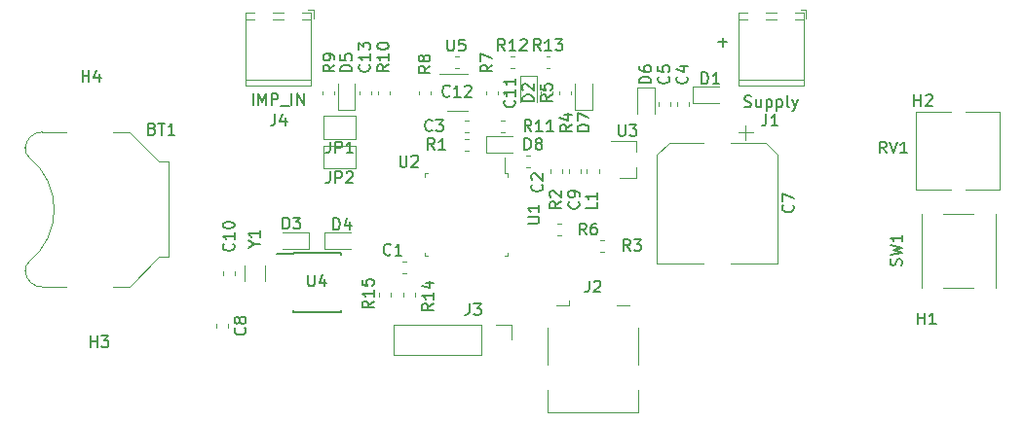
<source format=gbr>
G04 #@! TF.GenerationSoftware,KiCad,Pcbnew,(5.1.0)-1*
G04 #@! TF.CreationDate,2021-04-12T00:50:47+02:00*
G04 #@! TF.ProjectId,Drehzahlmesser,44726568-7a61-4686-9c6d-65737365722e,rev?*
G04 #@! TF.SameCoordinates,Original*
G04 #@! TF.FileFunction,Legend,Top*
G04 #@! TF.FilePolarity,Positive*
%FSLAX46Y46*%
G04 Gerber Fmt 4.6, Leading zero omitted, Abs format (unit mm)*
G04 Created by KiCad (PCBNEW (5.1.0)-1) date 2021-04-12 00:50:47*
%MOMM*%
%LPD*%
G04 APERTURE LIST*
%ADD10C,0.150000*%
%ADD11C,0.120000*%
G04 APERTURE END LIST*
D10*
X153519047Y-52071428D02*
X154280952Y-52071428D01*
X153900000Y-52452380D02*
X153900000Y-51690476D01*
D11*
X123990000Y-73937221D02*
X123990000Y-74262779D01*
X125010000Y-73937221D02*
X125010000Y-74262779D01*
X127110000Y-74262779D02*
X127110000Y-73937221D01*
X126090000Y-74262779D02*
X126090000Y-73937221D01*
X138537221Y-54310000D02*
X138862779Y-54310000D01*
X138537221Y-53290000D02*
X138862779Y-53290000D01*
X135437221Y-54310000D02*
X135762779Y-54310000D01*
X135437221Y-53290000D02*
X135762779Y-53290000D01*
X133315000Y-61735000D02*
X135600000Y-61735000D01*
X133315000Y-60265000D02*
X133315000Y-61735000D01*
X135600000Y-60265000D02*
X133315000Y-60265000D01*
X134962779Y-58890000D02*
X134637221Y-58890000D01*
X134962779Y-59910000D02*
X134637221Y-59910000D01*
X142535000Y-57985000D02*
X142535000Y-55700000D01*
X141065000Y-57985000D02*
X142535000Y-57985000D01*
X141065000Y-55700000D02*
X141065000Y-57985000D01*
X122000000Y-63100000D02*
X119200000Y-63100000D01*
X119200000Y-63100000D02*
X119200000Y-61100000D01*
X119200000Y-61100000D02*
X122000000Y-61100000D01*
X122000000Y-61100000D02*
X122000000Y-63100000D01*
X114075000Y-72875000D02*
X114075000Y-71525000D01*
X112325000Y-72875000D02*
X112325000Y-71525000D01*
X129900000Y-58110000D02*
X131700000Y-58110000D01*
X131700000Y-54890000D02*
X129250000Y-54890000D01*
D10*
X116525000Y-70425000D02*
X116525000Y-70475000D01*
X120675000Y-70425000D02*
X120675000Y-70570000D01*
X120675000Y-75575000D02*
X120675000Y-75430000D01*
X116525000Y-75575000D02*
X116525000Y-75430000D01*
X116525000Y-70425000D02*
X120675000Y-70425000D01*
X116525000Y-75575000D02*
X120675000Y-75575000D01*
X116525000Y-70475000D02*
X115125000Y-70475000D01*
D11*
X146360000Y-63880000D02*
X146360000Y-62950000D01*
X146360000Y-60720000D02*
X146360000Y-61650000D01*
X146360000Y-60720000D02*
X144200000Y-60720000D01*
X146360000Y-63880000D02*
X144900000Y-63880000D01*
X127990000Y-70410000D02*
X127990000Y-70710000D01*
X127990000Y-70710000D02*
X128290000Y-70710000D01*
X127990000Y-63790000D02*
X127990000Y-63490000D01*
X127990000Y-63490000D02*
X128290000Y-63490000D01*
X135210000Y-70410000D02*
X135210000Y-70710000D01*
X135210000Y-70710000D02*
X134910000Y-70710000D01*
X135210000Y-63790000D02*
X135210000Y-63490000D01*
X135210000Y-63490000D02*
X134910000Y-63490000D01*
X134910000Y-63490000D02*
X134910000Y-62175000D01*
X177600000Y-73520000D02*
X177570000Y-73520000D01*
X171140000Y-73520000D02*
X171170000Y-73520000D01*
X171140000Y-67060000D02*
X171170000Y-67060000D01*
X177570000Y-67060000D02*
X177600000Y-67060000D01*
X175670000Y-73520000D02*
X173070000Y-73520000D01*
X177600000Y-67060000D02*
X177600000Y-73520000D01*
X175670000Y-67060000D02*
X173070000Y-67060000D01*
X171140000Y-67060000D02*
X171140000Y-73520000D01*
X170680000Y-58130000D02*
X173710000Y-58130000D01*
X175010000Y-58130000D02*
X177920000Y-58130000D01*
X170680000Y-64970000D02*
X173710000Y-64970000D01*
X175010000Y-64970000D02*
X177920000Y-64970000D01*
X170680000Y-58130000D02*
X170680000Y-64970000D01*
X177920000Y-58130000D02*
X177920000Y-64970000D01*
X123890000Y-56662779D02*
X123890000Y-56337221D01*
X124910000Y-56662779D02*
X124910000Y-56337221D01*
X120110000Y-56337221D02*
X120110000Y-56662779D01*
X119090000Y-56337221D02*
X119090000Y-56662779D01*
X127490000Y-56662779D02*
X127490000Y-56337221D01*
X128510000Y-56662779D02*
X128510000Y-56337221D01*
X134310000Y-56337221D02*
X134310000Y-56662779D01*
X133290000Y-56337221D02*
X133290000Y-56662779D01*
X139487221Y-67910000D02*
X139812779Y-67910000D01*
X139487221Y-68930000D02*
X139812779Y-68930000D01*
X139110000Y-56337221D02*
X139110000Y-56662779D01*
X138090000Y-56337221D02*
X138090000Y-56662779D01*
X139690000Y-56662779D02*
X139690000Y-56337221D01*
X140710000Y-56662779D02*
X140710000Y-56337221D01*
X143562779Y-70310000D02*
X143237221Y-70310000D01*
X143562779Y-69290000D02*
X143237221Y-69290000D01*
X139910000Y-63137221D02*
X139910000Y-63462779D01*
X138890000Y-63137221D02*
X138890000Y-63462779D01*
X131437221Y-60490000D02*
X131762779Y-60490000D01*
X131437221Y-61510000D02*
X131762779Y-61510000D01*
X143110000Y-63137221D02*
X143110000Y-63462779D01*
X142090000Y-63137221D02*
X142090000Y-63462779D01*
X122000000Y-58500000D02*
X122000000Y-60500000D01*
X119200000Y-58500000D02*
X122000000Y-58500000D01*
X119200000Y-60500000D02*
X119200000Y-58500000D01*
X122000000Y-60500000D02*
X119200000Y-60500000D01*
X118340000Y-50040000D02*
X118340000Y-49300000D01*
X118340000Y-49300000D02*
X117840000Y-49300000D01*
X112440000Y-55860000D02*
X112440000Y-49540000D01*
X113210000Y-49540000D02*
X112440000Y-49540000D01*
X115750000Y-49540000D02*
X114790000Y-49540000D01*
X118100000Y-49540000D02*
X117330000Y-49540000D01*
X118100000Y-55860000D02*
X112440000Y-55860000D01*
X113210000Y-50100000D02*
X112440000Y-50100000D01*
X118100000Y-55400000D02*
X112440000Y-55400000D01*
X115750000Y-50100000D02*
X114790000Y-50100000D01*
X118100000Y-50100000D02*
X117330000Y-50100000D01*
X118100000Y-55860000D02*
X118100000Y-49540000D01*
X125250000Y-76670000D02*
X125250000Y-79330000D01*
X132930000Y-76670000D02*
X125250000Y-76670000D01*
X132930000Y-79330000D02*
X125250000Y-79330000D01*
X132930000Y-76670000D02*
X132930000Y-79330000D01*
X134200000Y-76670000D02*
X135530000Y-76670000D01*
X135530000Y-76670000D02*
X135530000Y-78000000D01*
X146510000Y-84310000D02*
X138690000Y-84310000D01*
X140490000Y-74990000D02*
X140490000Y-74560000D01*
X146510000Y-84310000D02*
X146510000Y-82360000D01*
X146510000Y-80140000D02*
X146510000Y-76910000D01*
X144710000Y-74990000D02*
X145790000Y-74990000D01*
X139410000Y-74990000D02*
X140490000Y-74990000D01*
X138690000Y-80140000D02*
X138690000Y-76910000D01*
X138690000Y-84310000D02*
X138690000Y-82360000D01*
X161140000Y-50040000D02*
X161140000Y-49300000D01*
X161140000Y-49300000D02*
X160640000Y-49300000D01*
X155240000Y-55860000D02*
X155240000Y-49540000D01*
X156010000Y-49540000D02*
X155240000Y-49540000D01*
X158550000Y-49540000D02*
X157590000Y-49540000D01*
X160900000Y-49540000D02*
X160130000Y-49540000D01*
X160900000Y-55860000D02*
X155240000Y-55860000D01*
X156010000Y-50100000D02*
X155240000Y-50100000D01*
X160900000Y-55400000D02*
X155240000Y-55400000D01*
X158550000Y-50100000D02*
X157590000Y-50100000D01*
X160900000Y-50100000D02*
X160130000Y-50100000D01*
X160900000Y-55860000D02*
X160900000Y-49540000D01*
X147935000Y-58300000D02*
X147935000Y-56015000D01*
X147935000Y-56015000D02*
X146465000Y-56015000D01*
X146465000Y-56015000D02*
X146465000Y-58300000D01*
X120465000Y-55712500D02*
X120465000Y-57997500D01*
X120465000Y-57997500D02*
X121935000Y-57997500D01*
X121935000Y-57997500D02*
X121935000Y-55712500D01*
X121600000Y-68665000D02*
X119315000Y-68665000D01*
X119315000Y-68665000D02*
X119315000Y-70135000D01*
X119315000Y-70135000D02*
X121600000Y-70135000D01*
X115600000Y-70135000D02*
X117885000Y-70135000D01*
X117885000Y-70135000D02*
X117885000Y-68665000D01*
X117885000Y-68665000D02*
X115600000Y-68665000D01*
X137735000Y-57300000D02*
X137735000Y-55015000D01*
X137735000Y-55015000D02*
X136265000Y-55015000D01*
X136265000Y-55015000D02*
X136265000Y-57300000D01*
X153600000Y-55965000D02*
X151315000Y-55965000D01*
X151315000Y-55965000D02*
X151315000Y-57435000D01*
X151315000Y-57435000D02*
X153600000Y-57435000D01*
X122290000Y-56662779D02*
X122290000Y-56337221D01*
X123310000Y-56662779D02*
X123310000Y-56337221D01*
X130962779Y-54310000D02*
X130637221Y-54310000D01*
X130962779Y-53290000D02*
X130637221Y-53290000D01*
X135910000Y-56337221D02*
X135910000Y-56662779D01*
X134890000Y-56337221D02*
X134890000Y-56662779D01*
X111510000Y-72037221D02*
X111510000Y-72362779D01*
X110490000Y-72037221D02*
X110490000Y-72362779D01*
X140490000Y-63462779D02*
X140490000Y-63137221D01*
X141510000Y-63462779D02*
X141510000Y-63137221D01*
X110910000Y-76637221D02*
X110910000Y-76962779D01*
X109890000Y-76637221D02*
X109890000Y-76962779D01*
X148140000Y-71360000D02*
X152190000Y-71360000D01*
X158660000Y-71360000D02*
X154610000Y-71360000D01*
X158660000Y-61904437D02*
X158660000Y-71360000D01*
X148140000Y-61904437D02*
X148140000Y-71360000D01*
X149204437Y-60840000D02*
X152190000Y-60840000D01*
X157595563Y-60840000D02*
X154610000Y-60840000D01*
X157595563Y-60840000D02*
X158660000Y-61904437D01*
X149204437Y-60840000D02*
X148140000Y-61904437D01*
X155860000Y-59350000D02*
X155860000Y-60600000D01*
X156485000Y-59975000D02*
X155235000Y-59975000D01*
X149310000Y-57337221D02*
X149310000Y-57662779D01*
X148290000Y-57337221D02*
X148290000Y-57662779D01*
X150910000Y-57337221D02*
X150910000Y-57662779D01*
X149890000Y-57337221D02*
X149890000Y-57662779D01*
X131762779Y-59910000D02*
X131437221Y-59910000D01*
X131762779Y-58890000D02*
X131437221Y-58890000D01*
X136837221Y-61990000D02*
X137162779Y-61990000D01*
X136837221Y-63010000D02*
X137162779Y-63010000D01*
X126362779Y-72210000D02*
X126037221Y-72210000D01*
X126362779Y-71190000D02*
X126037221Y-71190000D01*
X96860000Y-73410000D02*
X94760000Y-73410000D01*
X96860000Y-59910000D02*
X94760000Y-59910000D01*
X100860000Y-59910000D02*
X102310000Y-59910000D01*
X102310000Y-59910000D02*
X104910000Y-62510000D01*
X104910000Y-62510000D02*
X105710000Y-62510000D01*
X105710000Y-62510000D02*
X105710000Y-70810000D01*
X105710000Y-70810000D02*
X104910000Y-70810000D01*
X104910000Y-70810000D02*
X102310000Y-73410000D01*
X102310000Y-73410000D02*
X100860000Y-73410000D01*
X94810000Y-59910000D02*
G75*
G03X93260000Y-61360000I-50000J-1500000D01*
G01*
X94810000Y-73410000D02*
G75*
G02X93260000Y-71960000I-50000J1500000D01*
G01*
X93671329Y-71150661D02*
G75*
G03X93660000Y-62160000I-3711329J4490661D01*
G01*
X93275840Y-61245385D02*
G75*
G03X93660000Y-62160000I984160J-124615D01*
G01*
X93275840Y-72074615D02*
G75*
G02X93660000Y-71160000I984160J124615D01*
G01*
D10*
X123552380Y-74642857D02*
X123076190Y-74976190D01*
X123552380Y-75214285D02*
X122552380Y-75214285D01*
X122552380Y-74833333D01*
X122600000Y-74738095D01*
X122647619Y-74690476D01*
X122742857Y-74642857D01*
X122885714Y-74642857D01*
X122980952Y-74690476D01*
X123028571Y-74738095D01*
X123076190Y-74833333D01*
X123076190Y-75214285D01*
X123552380Y-73690476D02*
X123552380Y-74261904D01*
X123552380Y-73976190D02*
X122552380Y-73976190D01*
X122695238Y-74071428D01*
X122790476Y-74166666D01*
X122838095Y-74261904D01*
X122552380Y-72785714D02*
X122552380Y-73261904D01*
X123028571Y-73309523D01*
X122980952Y-73261904D01*
X122933333Y-73166666D01*
X122933333Y-72928571D01*
X122980952Y-72833333D01*
X123028571Y-72785714D01*
X123123809Y-72738095D01*
X123361904Y-72738095D01*
X123457142Y-72785714D01*
X123504761Y-72833333D01*
X123552380Y-72928571D01*
X123552380Y-73166666D01*
X123504761Y-73261904D01*
X123457142Y-73309523D01*
X128752380Y-74842857D02*
X128276190Y-75176190D01*
X128752380Y-75414285D02*
X127752380Y-75414285D01*
X127752380Y-75033333D01*
X127800000Y-74938095D01*
X127847619Y-74890476D01*
X127942857Y-74842857D01*
X128085714Y-74842857D01*
X128180952Y-74890476D01*
X128228571Y-74938095D01*
X128276190Y-75033333D01*
X128276190Y-75414285D01*
X128752380Y-73890476D02*
X128752380Y-74461904D01*
X128752380Y-74176190D02*
X127752380Y-74176190D01*
X127895238Y-74271428D01*
X127990476Y-74366666D01*
X128038095Y-74461904D01*
X128085714Y-73033333D02*
X128752380Y-73033333D01*
X127704761Y-73271428D02*
X128419047Y-73509523D01*
X128419047Y-72890476D01*
X138057142Y-52822380D02*
X137723809Y-52346190D01*
X137485714Y-52822380D02*
X137485714Y-51822380D01*
X137866666Y-51822380D01*
X137961904Y-51870000D01*
X138009523Y-51917619D01*
X138057142Y-52012857D01*
X138057142Y-52155714D01*
X138009523Y-52250952D01*
X137961904Y-52298571D01*
X137866666Y-52346190D01*
X137485714Y-52346190D01*
X139009523Y-52822380D02*
X138438095Y-52822380D01*
X138723809Y-52822380D02*
X138723809Y-51822380D01*
X138628571Y-51965238D01*
X138533333Y-52060476D01*
X138438095Y-52108095D01*
X139342857Y-51822380D02*
X139961904Y-51822380D01*
X139628571Y-52203333D01*
X139771428Y-52203333D01*
X139866666Y-52250952D01*
X139914285Y-52298571D01*
X139961904Y-52393809D01*
X139961904Y-52631904D01*
X139914285Y-52727142D01*
X139866666Y-52774761D01*
X139771428Y-52822380D01*
X139485714Y-52822380D01*
X139390476Y-52774761D01*
X139342857Y-52727142D01*
X134957142Y-52822380D02*
X134623809Y-52346190D01*
X134385714Y-52822380D02*
X134385714Y-51822380D01*
X134766666Y-51822380D01*
X134861904Y-51870000D01*
X134909523Y-51917619D01*
X134957142Y-52012857D01*
X134957142Y-52155714D01*
X134909523Y-52250952D01*
X134861904Y-52298571D01*
X134766666Y-52346190D01*
X134385714Y-52346190D01*
X135909523Y-52822380D02*
X135338095Y-52822380D01*
X135623809Y-52822380D02*
X135623809Y-51822380D01*
X135528571Y-51965238D01*
X135433333Y-52060476D01*
X135338095Y-52108095D01*
X136290476Y-51917619D02*
X136338095Y-51870000D01*
X136433333Y-51822380D01*
X136671428Y-51822380D01*
X136766666Y-51870000D01*
X136814285Y-51917619D01*
X136861904Y-52012857D01*
X136861904Y-52108095D01*
X136814285Y-52250952D01*
X136242857Y-52822380D01*
X136861904Y-52822380D01*
X136661904Y-61452380D02*
X136661904Y-60452380D01*
X136900000Y-60452380D01*
X137042857Y-60500000D01*
X137138095Y-60595238D01*
X137185714Y-60690476D01*
X137233333Y-60880952D01*
X137233333Y-61023809D01*
X137185714Y-61214285D01*
X137138095Y-61309523D01*
X137042857Y-61404761D01*
X136900000Y-61452380D01*
X136661904Y-61452380D01*
X137804761Y-60880952D02*
X137709523Y-60833333D01*
X137661904Y-60785714D01*
X137614285Y-60690476D01*
X137614285Y-60642857D01*
X137661904Y-60547619D01*
X137709523Y-60500000D01*
X137804761Y-60452380D01*
X137995238Y-60452380D01*
X138090476Y-60500000D01*
X138138095Y-60547619D01*
X138185714Y-60642857D01*
X138185714Y-60690476D01*
X138138095Y-60785714D01*
X138090476Y-60833333D01*
X137995238Y-60880952D01*
X137804761Y-60880952D01*
X137709523Y-60928571D01*
X137661904Y-60976190D01*
X137614285Y-61071428D01*
X137614285Y-61261904D01*
X137661904Y-61357142D01*
X137709523Y-61404761D01*
X137804761Y-61452380D01*
X137995238Y-61452380D01*
X138090476Y-61404761D01*
X138138095Y-61357142D01*
X138185714Y-61261904D01*
X138185714Y-61071428D01*
X138138095Y-60976190D01*
X138090476Y-60928571D01*
X137995238Y-60880952D01*
X137257142Y-59852380D02*
X136923809Y-59376190D01*
X136685714Y-59852380D02*
X136685714Y-58852380D01*
X137066666Y-58852380D01*
X137161904Y-58900000D01*
X137209523Y-58947619D01*
X137257142Y-59042857D01*
X137257142Y-59185714D01*
X137209523Y-59280952D01*
X137161904Y-59328571D01*
X137066666Y-59376190D01*
X136685714Y-59376190D01*
X138209523Y-59852380D02*
X137638095Y-59852380D01*
X137923809Y-59852380D02*
X137923809Y-58852380D01*
X137828571Y-58995238D01*
X137733333Y-59090476D01*
X137638095Y-59138095D01*
X139161904Y-59852380D02*
X138590476Y-59852380D01*
X138876190Y-59852380D02*
X138876190Y-58852380D01*
X138780952Y-58995238D01*
X138685714Y-59090476D01*
X138590476Y-59138095D01*
X142252380Y-59838095D02*
X141252380Y-59838095D01*
X141252380Y-59600000D01*
X141300000Y-59457142D01*
X141395238Y-59361904D01*
X141490476Y-59314285D01*
X141680952Y-59266666D01*
X141823809Y-59266666D01*
X142014285Y-59314285D01*
X142109523Y-59361904D01*
X142204761Y-59457142D01*
X142252380Y-59600000D01*
X142252380Y-59838095D01*
X141252380Y-58933333D02*
X141252380Y-58266666D01*
X142252380Y-58695238D01*
X119766666Y-63352380D02*
X119766666Y-64066666D01*
X119719047Y-64209523D01*
X119623809Y-64304761D01*
X119480952Y-64352380D01*
X119385714Y-64352380D01*
X120242857Y-64352380D02*
X120242857Y-63352380D01*
X120623809Y-63352380D01*
X120719047Y-63400000D01*
X120766666Y-63447619D01*
X120814285Y-63542857D01*
X120814285Y-63685714D01*
X120766666Y-63780952D01*
X120719047Y-63828571D01*
X120623809Y-63876190D01*
X120242857Y-63876190D01*
X121195238Y-63447619D02*
X121242857Y-63400000D01*
X121338095Y-63352380D01*
X121576190Y-63352380D01*
X121671428Y-63400000D01*
X121719047Y-63447619D01*
X121766666Y-63542857D01*
X121766666Y-63638095D01*
X121719047Y-63780952D01*
X121147619Y-64352380D01*
X121766666Y-64352380D01*
X113176190Y-69676190D02*
X113652380Y-69676190D01*
X112652380Y-70009523D02*
X113176190Y-69676190D01*
X112652380Y-69342857D01*
X113652380Y-68485714D02*
X113652380Y-69057142D01*
X113652380Y-68771428D02*
X112652380Y-68771428D01*
X112795238Y-68866666D01*
X112890476Y-68961904D01*
X112938095Y-69057142D01*
X129938095Y-51852380D02*
X129938095Y-52661904D01*
X129985714Y-52757142D01*
X130033333Y-52804761D01*
X130128571Y-52852380D01*
X130319047Y-52852380D01*
X130414285Y-52804761D01*
X130461904Y-52757142D01*
X130509523Y-52661904D01*
X130509523Y-51852380D01*
X131461904Y-51852380D02*
X130985714Y-51852380D01*
X130938095Y-52328571D01*
X130985714Y-52280952D01*
X131080952Y-52233333D01*
X131319047Y-52233333D01*
X131414285Y-52280952D01*
X131461904Y-52328571D01*
X131509523Y-52423809D01*
X131509523Y-52661904D01*
X131461904Y-52757142D01*
X131414285Y-52804761D01*
X131319047Y-52852380D01*
X131080952Y-52852380D01*
X130985714Y-52804761D01*
X130938095Y-52757142D01*
X117838095Y-72352380D02*
X117838095Y-73161904D01*
X117885714Y-73257142D01*
X117933333Y-73304761D01*
X118028571Y-73352380D01*
X118219047Y-73352380D01*
X118314285Y-73304761D01*
X118361904Y-73257142D01*
X118409523Y-73161904D01*
X118409523Y-72352380D01*
X119314285Y-72685714D02*
X119314285Y-73352380D01*
X119076190Y-72304761D02*
X118838095Y-73019047D01*
X119457142Y-73019047D01*
X144838095Y-59252380D02*
X144838095Y-60061904D01*
X144885714Y-60157142D01*
X144933333Y-60204761D01*
X145028571Y-60252380D01*
X145219047Y-60252380D01*
X145314285Y-60204761D01*
X145361904Y-60157142D01*
X145409523Y-60061904D01*
X145409523Y-59252380D01*
X145790476Y-59252380D02*
X146409523Y-59252380D01*
X146076190Y-59633333D01*
X146219047Y-59633333D01*
X146314285Y-59680952D01*
X146361904Y-59728571D01*
X146409523Y-59823809D01*
X146409523Y-60061904D01*
X146361904Y-60157142D01*
X146314285Y-60204761D01*
X146219047Y-60252380D01*
X145933333Y-60252380D01*
X145838095Y-60204761D01*
X145790476Y-60157142D01*
X125838095Y-61952380D02*
X125838095Y-62761904D01*
X125885714Y-62857142D01*
X125933333Y-62904761D01*
X126028571Y-62952380D01*
X126219047Y-62952380D01*
X126314285Y-62904761D01*
X126361904Y-62857142D01*
X126409523Y-62761904D01*
X126409523Y-61952380D01*
X126838095Y-62047619D02*
X126885714Y-62000000D01*
X126980952Y-61952380D01*
X127219047Y-61952380D01*
X127314285Y-62000000D01*
X127361904Y-62047619D01*
X127409523Y-62142857D01*
X127409523Y-62238095D01*
X127361904Y-62380952D01*
X126790476Y-62952380D01*
X127409523Y-62952380D01*
X136932380Y-67861904D02*
X137741904Y-67861904D01*
X137837142Y-67814285D01*
X137884761Y-67766666D01*
X137932380Y-67671428D01*
X137932380Y-67480952D01*
X137884761Y-67385714D01*
X137837142Y-67338095D01*
X137741904Y-67290476D01*
X136932380Y-67290476D01*
X137932380Y-66290476D02*
X137932380Y-66861904D01*
X137932380Y-66576190D02*
X136932380Y-66576190D01*
X137075238Y-66671428D01*
X137170476Y-66766666D01*
X137218095Y-66861904D01*
X169404761Y-71533333D02*
X169452380Y-71390476D01*
X169452380Y-71152380D01*
X169404761Y-71057142D01*
X169357142Y-71009523D01*
X169261904Y-70961904D01*
X169166666Y-70961904D01*
X169071428Y-71009523D01*
X169023809Y-71057142D01*
X168976190Y-71152380D01*
X168928571Y-71342857D01*
X168880952Y-71438095D01*
X168833333Y-71485714D01*
X168738095Y-71533333D01*
X168642857Y-71533333D01*
X168547619Y-71485714D01*
X168500000Y-71438095D01*
X168452380Y-71342857D01*
X168452380Y-71104761D01*
X168500000Y-70961904D01*
X168452380Y-70628571D02*
X169452380Y-70390476D01*
X168738095Y-70200000D01*
X169452380Y-70009523D01*
X168452380Y-69771428D01*
X169452380Y-68866666D02*
X169452380Y-69438095D01*
X169452380Y-69152380D02*
X168452380Y-69152380D01*
X168595238Y-69247619D01*
X168690476Y-69342857D01*
X168738095Y-69438095D01*
X168104761Y-61752380D02*
X167771428Y-61276190D01*
X167533333Y-61752380D02*
X167533333Y-60752380D01*
X167914285Y-60752380D01*
X168009523Y-60800000D01*
X168057142Y-60847619D01*
X168104761Y-60942857D01*
X168104761Y-61085714D01*
X168057142Y-61180952D01*
X168009523Y-61228571D01*
X167914285Y-61276190D01*
X167533333Y-61276190D01*
X168390476Y-60752380D02*
X168723809Y-61752380D01*
X169057142Y-60752380D01*
X169914285Y-61752380D02*
X169342857Y-61752380D01*
X169628571Y-61752380D02*
X169628571Y-60752380D01*
X169533333Y-60895238D01*
X169438095Y-60990476D01*
X169342857Y-61038095D01*
X124852380Y-54042857D02*
X124376190Y-54376190D01*
X124852380Y-54614285D02*
X123852380Y-54614285D01*
X123852380Y-54233333D01*
X123900000Y-54138095D01*
X123947619Y-54090476D01*
X124042857Y-54042857D01*
X124185714Y-54042857D01*
X124280952Y-54090476D01*
X124328571Y-54138095D01*
X124376190Y-54233333D01*
X124376190Y-54614285D01*
X124852380Y-53090476D02*
X124852380Y-53661904D01*
X124852380Y-53376190D02*
X123852380Y-53376190D01*
X123995238Y-53471428D01*
X124090476Y-53566666D01*
X124138095Y-53661904D01*
X123852380Y-52471428D02*
X123852380Y-52376190D01*
X123900000Y-52280952D01*
X123947619Y-52233333D01*
X124042857Y-52185714D01*
X124233333Y-52138095D01*
X124471428Y-52138095D01*
X124661904Y-52185714D01*
X124757142Y-52233333D01*
X124804761Y-52280952D01*
X124852380Y-52376190D01*
X124852380Y-52471428D01*
X124804761Y-52566666D01*
X124757142Y-52614285D01*
X124661904Y-52661904D01*
X124471428Y-52709523D01*
X124233333Y-52709523D01*
X124042857Y-52661904D01*
X123947619Y-52614285D01*
X123900000Y-52566666D01*
X123852380Y-52471428D01*
X120152380Y-54066666D02*
X119676190Y-54400000D01*
X120152380Y-54638095D02*
X119152380Y-54638095D01*
X119152380Y-54257142D01*
X119200000Y-54161904D01*
X119247619Y-54114285D01*
X119342857Y-54066666D01*
X119485714Y-54066666D01*
X119580952Y-54114285D01*
X119628571Y-54161904D01*
X119676190Y-54257142D01*
X119676190Y-54638095D01*
X120152380Y-53590476D02*
X120152380Y-53400000D01*
X120104761Y-53304761D01*
X120057142Y-53257142D01*
X119914285Y-53161904D01*
X119723809Y-53114285D01*
X119342857Y-53114285D01*
X119247619Y-53161904D01*
X119200000Y-53209523D01*
X119152380Y-53304761D01*
X119152380Y-53495238D01*
X119200000Y-53590476D01*
X119247619Y-53638095D01*
X119342857Y-53685714D01*
X119580952Y-53685714D01*
X119676190Y-53638095D01*
X119723809Y-53590476D01*
X119771428Y-53495238D01*
X119771428Y-53304761D01*
X119723809Y-53209523D01*
X119676190Y-53161904D01*
X119580952Y-53114285D01*
X128452380Y-54166666D02*
X127976190Y-54500000D01*
X128452380Y-54738095D02*
X127452380Y-54738095D01*
X127452380Y-54357142D01*
X127500000Y-54261904D01*
X127547619Y-54214285D01*
X127642857Y-54166666D01*
X127785714Y-54166666D01*
X127880952Y-54214285D01*
X127928571Y-54261904D01*
X127976190Y-54357142D01*
X127976190Y-54738095D01*
X127880952Y-53595238D02*
X127833333Y-53690476D01*
X127785714Y-53738095D01*
X127690476Y-53785714D01*
X127642857Y-53785714D01*
X127547619Y-53738095D01*
X127500000Y-53690476D01*
X127452380Y-53595238D01*
X127452380Y-53404761D01*
X127500000Y-53309523D01*
X127547619Y-53261904D01*
X127642857Y-53214285D01*
X127690476Y-53214285D01*
X127785714Y-53261904D01*
X127833333Y-53309523D01*
X127880952Y-53404761D01*
X127880952Y-53595238D01*
X127928571Y-53690476D01*
X127976190Y-53738095D01*
X128071428Y-53785714D01*
X128261904Y-53785714D01*
X128357142Y-53738095D01*
X128404761Y-53690476D01*
X128452380Y-53595238D01*
X128452380Y-53404761D01*
X128404761Y-53309523D01*
X128357142Y-53261904D01*
X128261904Y-53214285D01*
X128071428Y-53214285D01*
X127976190Y-53261904D01*
X127928571Y-53309523D01*
X127880952Y-53404761D01*
X133852380Y-54066666D02*
X133376190Y-54400000D01*
X133852380Y-54638095D02*
X132852380Y-54638095D01*
X132852380Y-54257142D01*
X132900000Y-54161904D01*
X132947619Y-54114285D01*
X133042857Y-54066666D01*
X133185714Y-54066666D01*
X133280952Y-54114285D01*
X133328571Y-54161904D01*
X133376190Y-54257142D01*
X133376190Y-54638095D01*
X132852380Y-53733333D02*
X132852380Y-53066666D01*
X133852380Y-53495238D01*
X142033333Y-68852380D02*
X141700000Y-68376190D01*
X141461904Y-68852380D02*
X141461904Y-67852380D01*
X141842857Y-67852380D01*
X141938095Y-67900000D01*
X141985714Y-67947619D01*
X142033333Y-68042857D01*
X142033333Y-68185714D01*
X141985714Y-68280952D01*
X141938095Y-68328571D01*
X141842857Y-68376190D01*
X141461904Y-68376190D01*
X142890476Y-67852380D02*
X142700000Y-67852380D01*
X142604761Y-67900000D01*
X142557142Y-67947619D01*
X142461904Y-68090476D01*
X142414285Y-68280952D01*
X142414285Y-68661904D01*
X142461904Y-68757142D01*
X142509523Y-68804761D01*
X142604761Y-68852380D01*
X142795238Y-68852380D01*
X142890476Y-68804761D01*
X142938095Y-68757142D01*
X142985714Y-68661904D01*
X142985714Y-68423809D01*
X142938095Y-68328571D01*
X142890476Y-68280952D01*
X142795238Y-68233333D01*
X142604761Y-68233333D01*
X142509523Y-68280952D01*
X142461904Y-68328571D01*
X142414285Y-68423809D01*
X139052380Y-56666666D02*
X138576190Y-57000000D01*
X139052380Y-57238095D02*
X138052380Y-57238095D01*
X138052380Y-56857142D01*
X138100000Y-56761904D01*
X138147619Y-56714285D01*
X138242857Y-56666666D01*
X138385714Y-56666666D01*
X138480952Y-56714285D01*
X138528571Y-56761904D01*
X138576190Y-56857142D01*
X138576190Y-57238095D01*
X138052380Y-55761904D02*
X138052380Y-56238095D01*
X138528571Y-56285714D01*
X138480952Y-56238095D01*
X138433333Y-56142857D01*
X138433333Y-55904761D01*
X138480952Y-55809523D01*
X138528571Y-55761904D01*
X138623809Y-55714285D01*
X138861904Y-55714285D01*
X138957142Y-55761904D01*
X139004761Y-55809523D01*
X139052380Y-55904761D01*
X139052380Y-56142857D01*
X139004761Y-56238095D01*
X138957142Y-56285714D01*
X140752380Y-59266666D02*
X140276190Y-59600000D01*
X140752380Y-59838095D02*
X139752380Y-59838095D01*
X139752380Y-59457142D01*
X139800000Y-59361904D01*
X139847619Y-59314285D01*
X139942857Y-59266666D01*
X140085714Y-59266666D01*
X140180952Y-59314285D01*
X140228571Y-59361904D01*
X140276190Y-59457142D01*
X140276190Y-59838095D01*
X140085714Y-58409523D02*
X140752380Y-58409523D01*
X139704761Y-58647619D02*
X140419047Y-58885714D01*
X140419047Y-58266666D01*
X145833333Y-70252380D02*
X145500000Y-69776190D01*
X145261904Y-70252380D02*
X145261904Y-69252380D01*
X145642857Y-69252380D01*
X145738095Y-69300000D01*
X145785714Y-69347619D01*
X145833333Y-69442857D01*
X145833333Y-69585714D01*
X145785714Y-69680952D01*
X145738095Y-69728571D01*
X145642857Y-69776190D01*
X145261904Y-69776190D01*
X146166666Y-69252380D02*
X146785714Y-69252380D01*
X146452380Y-69633333D01*
X146595238Y-69633333D01*
X146690476Y-69680952D01*
X146738095Y-69728571D01*
X146785714Y-69823809D01*
X146785714Y-70061904D01*
X146738095Y-70157142D01*
X146690476Y-70204761D01*
X146595238Y-70252380D01*
X146309523Y-70252380D01*
X146214285Y-70204761D01*
X146166666Y-70157142D01*
X139852380Y-65966666D02*
X139376190Y-66300000D01*
X139852380Y-66538095D02*
X138852380Y-66538095D01*
X138852380Y-66157142D01*
X138900000Y-66061904D01*
X138947619Y-66014285D01*
X139042857Y-65966666D01*
X139185714Y-65966666D01*
X139280952Y-66014285D01*
X139328571Y-66061904D01*
X139376190Y-66157142D01*
X139376190Y-66538095D01*
X138947619Y-65585714D02*
X138900000Y-65538095D01*
X138852380Y-65442857D01*
X138852380Y-65204761D01*
X138900000Y-65109523D01*
X138947619Y-65061904D01*
X139042857Y-65014285D01*
X139138095Y-65014285D01*
X139280952Y-65061904D01*
X139852380Y-65633333D01*
X139852380Y-65014285D01*
X128833333Y-61452380D02*
X128500000Y-60976190D01*
X128261904Y-61452380D02*
X128261904Y-60452380D01*
X128642857Y-60452380D01*
X128738095Y-60500000D01*
X128785714Y-60547619D01*
X128833333Y-60642857D01*
X128833333Y-60785714D01*
X128785714Y-60880952D01*
X128738095Y-60928571D01*
X128642857Y-60976190D01*
X128261904Y-60976190D01*
X129785714Y-61452380D02*
X129214285Y-61452380D01*
X129500000Y-61452380D02*
X129500000Y-60452380D01*
X129404761Y-60595238D01*
X129309523Y-60690476D01*
X129214285Y-60738095D01*
X142952380Y-66066666D02*
X142952380Y-66542857D01*
X141952380Y-66542857D01*
X142952380Y-65209523D02*
X142952380Y-65780952D01*
X142952380Y-65495238D02*
X141952380Y-65495238D01*
X142095238Y-65590476D01*
X142190476Y-65685714D01*
X142238095Y-65780952D01*
X119766666Y-60752380D02*
X119766666Y-61466666D01*
X119719047Y-61609523D01*
X119623809Y-61704761D01*
X119480952Y-61752380D01*
X119385714Y-61752380D01*
X120242857Y-61752380D02*
X120242857Y-60752380D01*
X120623809Y-60752380D01*
X120719047Y-60800000D01*
X120766666Y-60847619D01*
X120814285Y-60942857D01*
X120814285Y-61085714D01*
X120766666Y-61180952D01*
X120719047Y-61228571D01*
X120623809Y-61276190D01*
X120242857Y-61276190D01*
X121766666Y-61752380D02*
X121195238Y-61752380D01*
X121480952Y-61752380D02*
X121480952Y-60752380D01*
X121385714Y-60895238D01*
X121290476Y-60990476D01*
X121195238Y-61038095D01*
X114966666Y-58352380D02*
X114966666Y-59066666D01*
X114919047Y-59209523D01*
X114823809Y-59304761D01*
X114680952Y-59352380D01*
X114585714Y-59352380D01*
X115871428Y-58685714D02*
X115871428Y-59352380D01*
X115633333Y-58304761D02*
X115395238Y-59019047D01*
X116014285Y-59019047D01*
X113055714Y-57552380D02*
X113055714Y-56552380D01*
X113531904Y-57552380D02*
X113531904Y-56552380D01*
X113865238Y-57266666D01*
X114198571Y-56552380D01*
X114198571Y-57552380D01*
X114674761Y-57552380D02*
X114674761Y-56552380D01*
X115055714Y-56552380D01*
X115150952Y-56600000D01*
X115198571Y-56647619D01*
X115246190Y-56742857D01*
X115246190Y-56885714D01*
X115198571Y-56980952D01*
X115150952Y-57028571D01*
X115055714Y-57076190D01*
X114674761Y-57076190D01*
X115436666Y-57647619D02*
X116198571Y-57647619D01*
X116436666Y-57552380D02*
X116436666Y-56552380D01*
X116912857Y-57552380D02*
X116912857Y-56552380D01*
X117484285Y-57552380D01*
X117484285Y-56552380D01*
X131866666Y-74852380D02*
X131866666Y-75566666D01*
X131819047Y-75709523D01*
X131723809Y-75804761D01*
X131580952Y-75852380D01*
X131485714Y-75852380D01*
X132247619Y-74852380D02*
X132866666Y-74852380D01*
X132533333Y-75233333D01*
X132676190Y-75233333D01*
X132771428Y-75280952D01*
X132819047Y-75328571D01*
X132866666Y-75423809D01*
X132866666Y-75661904D01*
X132819047Y-75757142D01*
X132771428Y-75804761D01*
X132676190Y-75852380D01*
X132390476Y-75852380D01*
X132295238Y-75804761D01*
X132247619Y-75757142D01*
X142266666Y-72852380D02*
X142266666Y-73566666D01*
X142219047Y-73709523D01*
X142123809Y-73804761D01*
X141980952Y-73852380D01*
X141885714Y-73852380D01*
X142695238Y-72947619D02*
X142742857Y-72900000D01*
X142838095Y-72852380D01*
X143076190Y-72852380D01*
X143171428Y-72900000D01*
X143219047Y-72947619D01*
X143266666Y-73042857D01*
X143266666Y-73138095D01*
X143219047Y-73280952D01*
X142647619Y-73852380D01*
X143266666Y-73852380D01*
X157666666Y-58352380D02*
X157666666Y-59066666D01*
X157619047Y-59209523D01*
X157523809Y-59304761D01*
X157380952Y-59352380D01*
X157285714Y-59352380D01*
X158666666Y-59352380D02*
X158095238Y-59352380D01*
X158380952Y-59352380D02*
X158380952Y-58352380D01*
X158285714Y-58495238D01*
X158190476Y-58590476D01*
X158095238Y-58638095D01*
X155784285Y-57704761D02*
X155927142Y-57752380D01*
X156165238Y-57752380D01*
X156260476Y-57704761D01*
X156308095Y-57657142D01*
X156355714Y-57561904D01*
X156355714Y-57466666D01*
X156308095Y-57371428D01*
X156260476Y-57323809D01*
X156165238Y-57276190D01*
X155974761Y-57228571D01*
X155879523Y-57180952D01*
X155831904Y-57133333D01*
X155784285Y-57038095D01*
X155784285Y-56942857D01*
X155831904Y-56847619D01*
X155879523Y-56800000D01*
X155974761Y-56752380D01*
X156212857Y-56752380D01*
X156355714Y-56800000D01*
X157212857Y-57085714D02*
X157212857Y-57752380D01*
X156784285Y-57085714D02*
X156784285Y-57609523D01*
X156831904Y-57704761D01*
X156927142Y-57752380D01*
X157070000Y-57752380D01*
X157165238Y-57704761D01*
X157212857Y-57657142D01*
X157689047Y-57085714D02*
X157689047Y-58085714D01*
X157689047Y-57133333D02*
X157784285Y-57085714D01*
X157974761Y-57085714D01*
X158070000Y-57133333D01*
X158117619Y-57180952D01*
X158165238Y-57276190D01*
X158165238Y-57561904D01*
X158117619Y-57657142D01*
X158070000Y-57704761D01*
X157974761Y-57752380D01*
X157784285Y-57752380D01*
X157689047Y-57704761D01*
X158593809Y-57085714D02*
X158593809Y-58085714D01*
X158593809Y-57133333D02*
X158689047Y-57085714D01*
X158879523Y-57085714D01*
X158974761Y-57133333D01*
X159022380Y-57180952D01*
X159070000Y-57276190D01*
X159070000Y-57561904D01*
X159022380Y-57657142D01*
X158974761Y-57704761D01*
X158879523Y-57752380D01*
X158689047Y-57752380D01*
X158593809Y-57704761D01*
X159641428Y-57752380D02*
X159546190Y-57704761D01*
X159498571Y-57609523D01*
X159498571Y-56752380D01*
X159927142Y-57085714D02*
X160165238Y-57752380D01*
X160403333Y-57085714D02*
X160165238Y-57752380D01*
X160070000Y-57990476D01*
X160022380Y-58038095D01*
X159927142Y-58085714D01*
X98238095Y-55552380D02*
X98238095Y-54552380D01*
X98238095Y-55028571D02*
X98809523Y-55028571D01*
X98809523Y-55552380D02*
X98809523Y-54552380D01*
X99714285Y-54885714D02*
X99714285Y-55552380D01*
X99476190Y-54504761D02*
X99238095Y-55219047D01*
X99857142Y-55219047D01*
X98938095Y-78652380D02*
X98938095Y-77652380D01*
X98938095Y-78128571D02*
X99509523Y-78128571D01*
X99509523Y-78652380D02*
X99509523Y-77652380D01*
X99890476Y-77652380D02*
X100509523Y-77652380D01*
X100176190Y-78033333D01*
X100319047Y-78033333D01*
X100414285Y-78080952D01*
X100461904Y-78128571D01*
X100509523Y-78223809D01*
X100509523Y-78461904D01*
X100461904Y-78557142D01*
X100414285Y-78604761D01*
X100319047Y-78652380D01*
X100033333Y-78652380D01*
X99938095Y-78604761D01*
X99890476Y-78557142D01*
X170538095Y-57652380D02*
X170538095Y-56652380D01*
X170538095Y-57128571D02*
X171109523Y-57128571D01*
X171109523Y-57652380D02*
X171109523Y-56652380D01*
X171538095Y-56747619D02*
X171585714Y-56700000D01*
X171680952Y-56652380D01*
X171919047Y-56652380D01*
X172014285Y-56700000D01*
X172061904Y-56747619D01*
X172109523Y-56842857D01*
X172109523Y-56938095D01*
X172061904Y-57080952D01*
X171490476Y-57652380D01*
X172109523Y-57652380D01*
X170838095Y-76652380D02*
X170838095Y-75652380D01*
X170838095Y-76128571D02*
X171409523Y-76128571D01*
X171409523Y-76652380D02*
X171409523Y-75652380D01*
X172409523Y-76652380D02*
X171838095Y-76652380D01*
X172123809Y-76652380D02*
X172123809Y-75652380D01*
X172028571Y-75795238D01*
X171933333Y-75890476D01*
X171838095Y-75938095D01*
X147652380Y-55638095D02*
X146652380Y-55638095D01*
X146652380Y-55400000D01*
X146700000Y-55257142D01*
X146795238Y-55161904D01*
X146890476Y-55114285D01*
X147080952Y-55066666D01*
X147223809Y-55066666D01*
X147414285Y-55114285D01*
X147509523Y-55161904D01*
X147604761Y-55257142D01*
X147652380Y-55400000D01*
X147652380Y-55638095D01*
X146652380Y-54209523D02*
X146652380Y-54400000D01*
X146700000Y-54495238D01*
X146747619Y-54542857D01*
X146890476Y-54638095D01*
X147080952Y-54685714D01*
X147461904Y-54685714D01*
X147557142Y-54638095D01*
X147604761Y-54590476D01*
X147652380Y-54495238D01*
X147652380Y-54304761D01*
X147604761Y-54209523D01*
X147557142Y-54161904D01*
X147461904Y-54114285D01*
X147223809Y-54114285D01*
X147128571Y-54161904D01*
X147080952Y-54209523D01*
X147033333Y-54304761D01*
X147033333Y-54495238D01*
X147080952Y-54590476D01*
X147128571Y-54638095D01*
X147223809Y-54685714D01*
X121652380Y-54638095D02*
X120652380Y-54638095D01*
X120652380Y-54400000D01*
X120700000Y-54257142D01*
X120795238Y-54161904D01*
X120890476Y-54114285D01*
X121080952Y-54066666D01*
X121223809Y-54066666D01*
X121414285Y-54114285D01*
X121509523Y-54161904D01*
X121604761Y-54257142D01*
X121652380Y-54400000D01*
X121652380Y-54638095D01*
X120652380Y-53161904D02*
X120652380Y-53638095D01*
X121128571Y-53685714D01*
X121080952Y-53638095D01*
X121033333Y-53542857D01*
X121033333Y-53304761D01*
X121080952Y-53209523D01*
X121128571Y-53161904D01*
X121223809Y-53114285D01*
X121461904Y-53114285D01*
X121557142Y-53161904D01*
X121604761Y-53209523D01*
X121652380Y-53304761D01*
X121652380Y-53542857D01*
X121604761Y-53638095D01*
X121557142Y-53685714D01*
X120061904Y-68422380D02*
X120061904Y-67422380D01*
X120300000Y-67422380D01*
X120442857Y-67470000D01*
X120538095Y-67565238D01*
X120585714Y-67660476D01*
X120633333Y-67850952D01*
X120633333Y-67993809D01*
X120585714Y-68184285D01*
X120538095Y-68279523D01*
X120442857Y-68374761D01*
X120300000Y-68422380D01*
X120061904Y-68422380D01*
X121490476Y-67755714D02*
X121490476Y-68422380D01*
X121252380Y-67374761D02*
X121014285Y-68089047D01*
X121633333Y-68089047D01*
X115661904Y-68352380D02*
X115661904Y-67352380D01*
X115900000Y-67352380D01*
X116042857Y-67400000D01*
X116138095Y-67495238D01*
X116185714Y-67590476D01*
X116233333Y-67780952D01*
X116233333Y-67923809D01*
X116185714Y-68114285D01*
X116138095Y-68209523D01*
X116042857Y-68304761D01*
X115900000Y-68352380D01*
X115661904Y-68352380D01*
X116566666Y-67352380D02*
X117185714Y-67352380D01*
X116852380Y-67733333D01*
X116995238Y-67733333D01*
X117090476Y-67780952D01*
X117138095Y-67828571D01*
X117185714Y-67923809D01*
X117185714Y-68161904D01*
X117138095Y-68257142D01*
X117090476Y-68304761D01*
X116995238Y-68352380D01*
X116709523Y-68352380D01*
X116614285Y-68304761D01*
X116566666Y-68257142D01*
X137452380Y-57238095D02*
X136452380Y-57238095D01*
X136452380Y-57000000D01*
X136500000Y-56857142D01*
X136595238Y-56761904D01*
X136690476Y-56714285D01*
X136880952Y-56666666D01*
X137023809Y-56666666D01*
X137214285Y-56714285D01*
X137309523Y-56761904D01*
X137404761Y-56857142D01*
X137452380Y-57000000D01*
X137452380Y-57238095D01*
X136547619Y-56285714D02*
X136500000Y-56238095D01*
X136452380Y-56142857D01*
X136452380Y-55904761D01*
X136500000Y-55809523D01*
X136547619Y-55761904D01*
X136642857Y-55714285D01*
X136738095Y-55714285D01*
X136880952Y-55761904D01*
X137452380Y-56333333D01*
X137452380Y-55714285D01*
X152061904Y-55722380D02*
X152061904Y-54722380D01*
X152300000Y-54722380D01*
X152442857Y-54770000D01*
X152538095Y-54865238D01*
X152585714Y-54960476D01*
X152633333Y-55150952D01*
X152633333Y-55293809D01*
X152585714Y-55484285D01*
X152538095Y-55579523D01*
X152442857Y-55674761D01*
X152300000Y-55722380D01*
X152061904Y-55722380D01*
X153585714Y-55722380D02*
X153014285Y-55722380D01*
X153300000Y-55722380D02*
X153300000Y-54722380D01*
X153204761Y-54865238D01*
X153109523Y-54960476D01*
X153014285Y-55008095D01*
X123157142Y-54042857D02*
X123204761Y-54090476D01*
X123252380Y-54233333D01*
X123252380Y-54328571D01*
X123204761Y-54471428D01*
X123109523Y-54566666D01*
X123014285Y-54614285D01*
X122823809Y-54661904D01*
X122680952Y-54661904D01*
X122490476Y-54614285D01*
X122395238Y-54566666D01*
X122300000Y-54471428D01*
X122252380Y-54328571D01*
X122252380Y-54233333D01*
X122300000Y-54090476D01*
X122347619Y-54042857D01*
X123252380Y-53090476D02*
X123252380Y-53661904D01*
X123252380Y-53376190D02*
X122252380Y-53376190D01*
X122395238Y-53471428D01*
X122490476Y-53566666D01*
X122538095Y-53661904D01*
X122252380Y-52757142D02*
X122252380Y-52138095D01*
X122633333Y-52471428D01*
X122633333Y-52328571D01*
X122680952Y-52233333D01*
X122728571Y-52185714D01*
X122823809Y-52138095D01*
X123061904Y-52138095D01*
X123157142Y-52185714D01*
X123204761Y-52233333D01*
X123252380Y-52328571D01*
X123252380Y-52614285D01*
X123204761Y-52709523D01*
X123157142Y-52757142D01*
X130157142Y-56757142D02*
X130109523Y-56804761D01*
X129966666Y-56852380D01*
X129871428Y-56852380D01*
X129728571Y-56804761D01*
X129633333Y-56709523D01*
X129585714Y-56614285D01*
X129538095Y-56423809D01*
X129538095Y-56280952D01*
X129585714Y-56090476D01*
X129633333Y-55995238D01*
X129728571Y-55900000D01*
X129871428Y-55852380D01*
X129966666Y-55852380D01*
X130109523Y-55900000D01*
X130157142Y-55947619D01*
X131109523Y-56852380D02*
X130538095Y-56852380D01*
X130823809Y-56852380D02*
X130823809Y-55852380D01*
X130728571Y-55995238D01*
X130633333Y-56090476D01*
X130538095Y-56138095D01*
X131490476Y-55947619D02*
X131538095Y-55900000D01*
X131633333Y-55852380D01*
X131871428Y-55852380D01*
X131966666Y-55900000D01*
X132014285Y-55947619D01*
X132061904Y-56042857D01*
X132061904Y-56138095D01*
X132014285Y-56280952D01*
X131442857Y-56852380D01*
X132061904Y-56852380D01*
X135757142Y-57142857D02*
X135804761Y-57190476D01*
X135852380Y-57333333D01*
X135852380Y-57428571D01*
X135804761Y-57571428D01*
X135709523Y-57666666D01*
X135614285Y-57714285D01*
X135423809Y-57761904D01*
X135280952Y-57761904D01*
X135090476Y-57714285D01*
X134995238Y-57666666D01*
X134900000Y-57571428D01*
X134852380Y-57428571D01*
X134852380Y-57333333D01*
X134900000Y-57190476D01*
X134947619Y-57142857D01*
X135852380Y-56190476D02*
X135852380Y-56761904D01*
X135852380Y-56476190D02*
X134852380Y-56476190D01*
X134995238Y-56571428D01*
X135090476Y-56666666D01*
X135138095Y-56761904D01*
X135852380Y-55238095D02*
X135852380Y-55809523D01*
X135852380Y-55523809D02*
X134852380Y-55523809D01*
X134995238Y-55619047D01*
X135090476Y-55714285D01*
X135138095Y-55809523D01*
X111357142Y-69642857D02*
X111404761Y-69690476D01*
X111452380Y-69833333D01*
X111452380Y-69928571D01*
X111404761Y-70071428D01*
X111309523Y-70166666D01*
X111214285Y-70214285D01*
X111023809Y-70261904D01*
X110880952Y-70261904D01*
X110690476Y-70214285D01*
X110595238Y-70166666D01*
X110500000Y-70071428D01*
X110452380Y-69928571D01*
X110452380Y-69833333D01*
X110500000Y-69690476D01*
X110547619Y-69642857D01*
X111452380Y-68690476D02*
X111452380Y-69261904D01*
X111452380Y-68976190D02*
X110452380Y-68976190D01*
X110595238Y-69071428D01*
X110690476Y-69166666D01*
X110738095Y-69261904D01*
X110452380Y-68071428D02*
X110452380Y-67976190D01*
X110500000Y-67880952D01*
X110547619Y-67833333D01*
X110642857Y-67785714D01*
X110833333Y-67738095D01*
X111071428Y-67738095D01*
X111261904Y-67785714D01*
X111357142Y-67833333D01*
X111404761Y-67880952D01*
X111452380Y-67976190D01*
X111452380Y-68071428D01*
X111404761Y-68166666D01*
X111357142Y-68214285D01*
X111261904Y-68261904D01*
X111071428Y-68309523D01*
X110833333Y-68309523D01*
X110642857Y-68261904D01*
X110547619Y-68214285D01*
X110500000Y-68166666D01*
X110452380Y-68071428D01*
X141357142Y-65966666D02*
X141404761Y-66014285D01*
X141452380Y-66157142D01*
X141452380Y-66252380D01*
X141404761Y-66395238D01*
X141309523Y-66490476D01*
X141214285Y-66538095D01*
X141023809Y-66585714D01*
X140880952Y-66585714D01*
X140690476Y-66538095D01*
X140595238Y-66490476D01*
X140500000Y-66395238D01*
X140452380Y-66252380D01*
X140452380Y-66157142D01*
X140500000Y-66014285D01*
X140547619Y-65966666D01*
X141452380Y-65490476D02*
X141452380Y-65300000D01*
X141404761Y-65204761D01*
X141357142Y-65157142D01*
X141214285Y-65061904D01*
X141023809Y-65014285D01*
X140642857Y-65014285D01*
X140547619Y-65061904D01*
X140500000Y-65109523D01*
X140452380Y-65204761D01*
X140452380Y-65395238D01*
X140500000Y-65490476D01*
X140547619Y-65538095D01*
X140642857Y-65585714D01*
X140880952Y-65585714D01*
X140976190Y-65538095D01*
X141023809Y-65490476D01*
X141071428Y-65395238D01*
X141071428Y-65204761D01*
X141023809Y-65109523D01*
X140976190Y-65061904D01*
X140880952Y-65014285D01*
X112357142Y-76966666D02*
X112404761Y-77014285D01*
X112452380Y-77157142D01*
X112452380Y-77252380D01*
X112404761Y-77395238D01*
X112309523Y-77490476D01*
X112214285Y-77538095D01*
X112023809Y-77585714D01*
X111880952Y-77585714D01*
X111690476Y-77538095D01*
X111595238Y-77490476D01*
X111500000Y-77395238D01*
X111452380Y-77252380D01*
X111452380Y-77157142D01*
X111500000Y-77014285D01*
X111547619Y-76966666D01*
X111880952Y-76395238D02*
X111833333Y-76490476D01*
X111785714Y-76538095D01*
X111690476Y-76585714D01*
X111642857Y-76585714D01*
X111547619Y-76538095D01*
X111500000Y-76490476D01*
X111452380Y-76395238D01*
X111452380Y-76204761D01*
X111500000Y-76109523D01*
X111547619Y-76061904D01*
X111642857Y-76014285D01*
X111690476Y-76014285D01*
X111785714Y-76061904D01*
X111833333Y-76109523D01*
X111880952Y-76204761D01*
X111880952Y-76395238D01*
X111928571Y-76490476D01*
X111976190Y-76538095D01*
X112071428Y-76585714D01*
X112261904Y-76585714D01*
X112357142Y-76538095D01*
X112404761Y-76490476D01*
X112452380Y-76395238D01*
X112452380Y-76204761D01*
X112404761Y-76109523D01*
X112357142Y-76061904D01*
X112261904Y-76014285D01*
X112071428Y-76014285D01*
X111976190Y-76061904D01*
X111928571Y-76109523D01*
X111880952Y-76204761D01*
X159957142Y-66266666D02*
X160004761Y-66314285D01*
X160052380Y-66457142D01*
X160052380Y-66552380D01*
X160004761Y-66695238D01*
X159909523Y-66790476D01*
X159814285Y-66838095D01*
X159623809Y-66885714D01*
X159480952Y-66885714D01*
X159290476Y-66838095D01*
X159195238Y-66790476D01*
X159100000Y-66695238D01*
X159052380Y-66552380D01*
X159052380Y-66457142D01*
X159100000Y-66314285D01*
X159147619Y-66266666D01*
X159052380Y-65933333D02*
X159052380Y-65266666D01*
X160052380Y-65695238D01*
X149157142Y-55066666D02*
X149204761Y-55114285D01*
X149252380Y-55257142D01*
X149252380Y-55352380D01*
X149204761Y-55495238D01*
X149109523Y-55590476D01*
X149014285Y-55638095D01*
X148823809Y-55685714D01*
X148680952Y-55685714D01*
X148490476Y-55638095D01*
X148395238Y-55590476D01*
X148300000Y-55495238D01*
X148252380Y-55352380D01*
X148252380Y-55257142D01*
X148300000Y-55114285D01*
X148347619Y-55066666D01*
X148252380Y-54161904D02*
X148252380Y-54638095D01*
X148728571Y-54685714D01*
X148680952Y-54638095D01*
X148633333Y-54542857D01*
X148633333Y-54304761D01*
X148680952Y-54209523D01*
X148728571Y-54161904D01*
X148823809Y-54114285D01*
X149061904Y-54114285D01*
X149157142Y-54161904D01*
X149204761Y-54209523D01*
X149252380Y-54304761D01*
X149252380Y-54542857D01*
X149204761Y-54638095D01*
X149157142Y-54685714D01*
X150757142Y-55066666D02*
X150804761Y-55114285D01*
X150852380Y-55257142D01*
X150852380Y-55352380D01*
X150804761Y-55495238D01*
X150709523Y-55590476D01*
X150614285Y-55638095D01*
X150423809Y-55685714D01*
X150280952Y-55685714D01*
X150090476Y-55638095D01*
X149995238Y-55590476D01*
X149900000Y-55495238D01*
X149852380Y-55352380D01*
X149852380Y-55257142D01*
X149900000Y-55114285D01*
X149947619Y-55066666D01*
X150185714Y-54209523D02*
X150852380Y-54209523D01*
X149804761Y-54447619D02*
X150519047Y-54685714D01*
X150519047Y-54066666D01*
X128633333Y-59757142D02*
X128585714Y-59804761D01*
X128442857Y-59852380D01*
X128347619Y-59852380D01*
X128204761Y-59804761D01*
X128109523Y-59709523D01*
X128061904Y-59614285D01*
X128014285Y-59423809D01*
X128014285Y-59280952D01*
X128061904Y-59090476D01*
X128109523Y-58995238D01*
X128204761Y-58900000D01*
X128347619Y-58852380D01*
X128442857Y-58852380D01*
X128585714Y-58900000D01*
X128633333Y-58947619D01*
X128966666Y-58852380D02*
X129585714Y-58852380D01*
X129252380Y-59233333D01*
X129395238Y-59233333D01*
X129490476Y-59280952D01*
X129538095Y-59328571D01*
X129585714Y-59423809D01*
X129585714Y-59661904D01*
X129538095Y-59757142D01*
X129490476Y-59804761D01*
X129395238Y-59852380D01*
X129109523Y-59852380D01*
X129014285Y-59804761D01*
X128966666Y-59757142D01*
X138157142Y-64466666D02*
X138204761Y-64514285D01*
X138252380Y-64657142D01*
X138252380Y-64752380D01*
X138204761Y-64895238D01*
X138109523Y-64990476D01*
X138014285Y-65038095D01*
X137823809Y-65085714D01*
X137680952Y-65085714D01*
X137490476Y-65038095D01*
X137395238Y-64990476D01*
X137300000Y-64895238D01*
X137252380Y-64752380D01*
X137252380Y-64657142D01*
X137300000Y-64514285D01*
X137347619Y-64466666D01*
X137347619Y-64085714D02*
X137300000Y-64038095D01*
X137252380Y-63942857D01*
X137252380Y-63704761D01*
X137300000Y-63609523D01*
X137347619Y-63561904D01*
X137442857Y-63514285D01*
X137538095Y-63514285D01*
X137680952Y-63561904D01*
X138252380Y-64133333D01*
X138252380Y-63514285D01*
X125033333Y-70557142D02*
X124985714Y-70604761D01*
X124842857Y-70652380D01*
X124747619Y-70652380D01*
X124604761Y-70604761D01*
X124509523Y-70509523D01*
X124461904Y-70414285D01*
X124414285Y-70223809D01*
X124414285Y-70080952D01*
X124461904Y-69890476D01*
X124509523Y-69795238D01*
X124604761Y-69700000D01*
X124747619Y-69652380D01*
X124842857Y-69652380D01*
X124985714Y-69700000D01*
X125033333Y-69747619D01*
X125985714Y-70652380D02*
X125414285Y-70652380D01*
X125700000Y-70652380D02*
X125700000Y-69652380D01*
X125604761Y-69795238D01*
X125509523Y-69890476D01*
X125414285Y-69938095D01*
X104314285Y-59628571D02*
X104457142Y-59676190D01*
X104504761Y-59723809D01*
X104552380Y-59819047D01*
X104552380Y-59961904D01*
X104504761Y-60057142D01*
X104457142Y-60104761D01*
X104361904Y-60152380D01*
X103980952Y-60152380D01*
X103980952Y-59152380D01*
X104314285Y-59152380D01*
X104409523Y-59200000D01*
X104457142Y-59247619D01*
X104504761Y-59342857D01*
X104504761Y-59438095D01*
X104457142Y-59533333D01*
X104409523Y-59580952D01*
X104314285Y-59628571D01*
X103980952Y-59628571D01*
X104838095Y-59152380D02*
X105409523Y-59152380D01*
X105123809Y-60152380D02*
X105123809Y-59152380D01*
X106266666Y-60152380D02*
X105695238Y-60152380D01*
X105980952Y-60152380D02*
X105980952Y-59152380D01*
X105885714Y-59295238D01*
X105790476Y-59390476D01*
X105695238Y-59438095D01*
M02*

</source>
